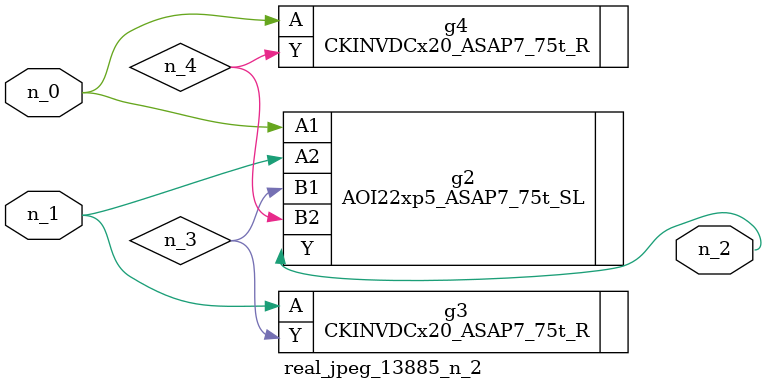
<source format=v>
module real_jpeg_13885_n_2 (n_1, n_0, n_2);

input n_1;
input n_0;

output n_2;

wire n_4;
wire n_3;

AOI22xp5_ASAP7_75t_SL g2 ( 
.A1(n_0),
.A2(n_1),
.B1(n_3),
.B2(n_4),
.Y(n_2)
);

CKINVDCx20_ASAP7_75t_R g4 ( 
.A(n_0),
.Y(n_4)
);

CKINVDCx20_ASAP7_75t_R g3 ( 
.A(n_1),
.Y(n_3)
);


endmodule
</source>
